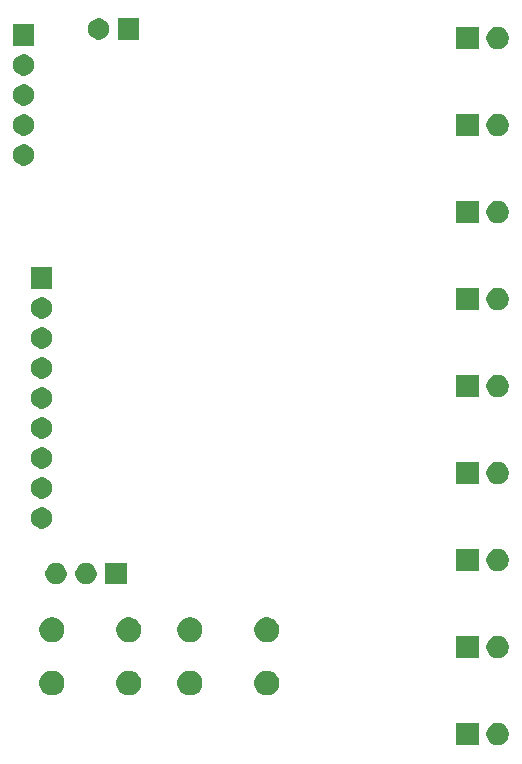
<source format=gbr>
G04 #@! TF.GenerationSoftware,KiCad,Pcbnew,(5.1.5-0-10_14)*
G04 #@! TF.CreationDate,2020-02-27T20:03:29-05:00*
G04 #@! TF.ProjectId,led_level_pcb,6c65645f-6c65-4766-956c-5f7063622e6b,rev?*
G04 #@! TF.SameCoordinates,Original*
G04 #@! TF.FileFunction,Soldermask,Bot*
G04 #@! TF.FilePolarity,Negative*
%FSLAX46Y46*%
G04 Gerber Fmt 4.6, Leading zero omitted, Abs format (unit mm)*
G04 Created by KiCad (PCBNEW (5.1.5-0-10_14)) date 2020-02-27 20:03:29*
%MOMM*%
%LPD*%
G04 APERTURE LIST*
%ADD10C,0.100000*%
G04 APERTURE END LIST*
D10*
G36*
X223797395Y-84683546D02*
G01*
X223970466Y-84755234D01*
X223970467Y-84755235D01*
X224126227Y-84859310D01*
X224258690Y-84991773D01*
X224258691Y-84991775D01*
X224362766Y-85147534D01*
X224434454Y-85320605D01*
X224471000Y-85504333D01*
X224471000Y-85691667D01*
X224434454Y-85875395D01*
X224362766Y-86048466D01*
X224362765Y-86048467D01*
X224258690Y-86204227D01*
X224126227Y-86336690D01*
X224047818Y-86389081D01*
X223970466Y-86440766D01*
X223797395Y-86512454D01*
X223613667Y-86549000D01*
X223426333Y-86549000D01*
X223242605Y-86512454D01*
X223069534Y-86440766D01*
X222992182Y-86389081D01*
X222913773Y-86336690D01*
X222781310Y-86204227D01*
X222677235Y-86048467D01*
X222677234Y-86048466D01*
X222605546Y-85875395D01*
X222569000Y-85691667D01*
X222569000Y-85504333D01*
X222605546Y-85320605D01*
X222677234Y-85147534D01*
X222781309Y-84991775D01*
X222781310Y-84991773D01*
X222913773Y-84859310D01*
X223069533Y-84755235D01*
X223069534Y-84755234D01*
X223242605Y-84683546D01*
X223426333Y-84647000D01*
X223613667Y-84647000D01*
X223797395Y-84683546D01*
G37*
G36*
X221931000Y-86549000D02*
G01*
X220029000Y-86549000D01*
X220029000Y-84647000D01*
X221931000Y-84647000D01*
X221931000Y-86549000D01*
G37*
G36*
X204268564Y-80269389D02*
G01*
X204459833Y-80348615D01*
X204459835Y-80348616D01*
X204631973Y-80463635D01*
X204778365Y-80610027D01*
X204893385Y-80782167D01*
X204972611Y-80973436D01*
X205013000Y-81176484D01*
X205013000Y-81383516D01*
X204972611Y-81586564D01*
X204893385Y-81777833D01*
X204893384Y-81777835D01*
X204778365Y-81949973D01*
X204631973Y-82096365D01*
X204459835Y-82211384D01*
X204459834Y-82211385D01*
X204459833Y-82211385D01*
X204268564Y-82290611D01*
X204065516Y-82331000D01*
X203858484Y-82331000D01*
X203655436Y-82290611D01*
X203464167Y-82211385D01*
X203464166Y-82211385D01*
X203464165Y-82211384D01*
X203292027Y-82096365D01*
X203145635Y-81949973D01*
X203030616Y-81777835D01*
X203030615Y-81777833D01*
X202951389Y-81586564D01*
X202911000Y-81383516D01*
X202911000Y-81176484D01*
X202951389Y-80973436D01*
X203030615Y-80782167D01*
X203145635Y-80610027D01*
X203292027Y-80463635D01*
X203464165Y-80348616D01*
X203464167Y-80348615D01*
X203655436Y-80269389D01*
X203858484Y-80229000D01*
X204065516Y-80229000D01*
X204268564Y-80269389D01*
G37*
G36*
X197768564Y-80269389D02*
G01*
X197959833Y-80348615D01*
X197959835Y-80348616D01*
X198131973Y-80463635D01*
X198278365Y-80610027D01*
X198393385Y-80782167D01*
X198472611Y-80973436D01*
X198513000Y-81176484D01*
X198513000Y-81383516D01*
X198472611Y-81586564D01*
X198393385Y-81777833D01*
X198393384Y-81777835D01*
X198278365Y-81949973D01*
X198131973Y-82096365D01*
X197959835Y-82211384D01*
X197959834Y-82211385D01*
X197959833Y-82211385D01*
X197768564Y-82290611D01*
X197565516Y-82331000D01*
X197358484Y-82331000D01*
X197155436Y-82290611D01*
X196964167Y-82211385D01*
X196964166Y-82211385D01*
X196964165Y-82211384D01*
X196792027Y-82096365D01*
X196645635Y-81949973D01*
X196530616Y-81777835D01*
X196530615Y-81777833D01*
X196451389Y-81586564D01*
X196411000Y-81383516D01*
X196411000Y-81176484D01*
X196451389Y-80973436D01*
X196530615Y-80782167D01*
X196645635Y-80610027D01*
X196792027Y-80463635D01*
X196964165Y-80348616D01*
X196964167Y-80348615D01*
X197155436Y-80269389D01*
X197358484Y-80229000D01*
X197565516Y-80229000D01*
X197768564Y-80269389D01*
G37*
G36*
X192584564Y-80269389D02*
G01*
X192775833Y-80348615D01*
X192775835Y-80348616D01*
X192947973Y-80463635D01*
X193094365Y-80610027D01*
X193209385Y-80782167D01*
X193288611Y-80973436D01*
X193329000Y-81176484D01*
X193329000Y-81383516D01*
X193288611Y-81586564D01*
X193209385Y-81777833D01*
X193209384Y-81777835D01*
X193094365Y-81949973D01*
X192947973Y-82096365D01*
X192775835Y-82211384D01*
X192775834Y-82211385D01*
X192775833Y-82211385D01*
X192584564Y-82290611D01*
X192381516Y-82331000D01*
X192174484Y-82331000D01*
X191971436Y-82290611D01*
X191780167Y-82211385D01*
X191780166Y-82211385D01*
X191780165Y-82211384D01*
X191608027Y-82096365D01*
X191461635Y-81949973D01*
X191346616Y-81777835D01*
X191346615Y-81777833D01*
X191267389Y-81586564D01*
X191227000Y-81383516D01*
X191227000Y-81176484D01*
X191267389Y-80973436D01*
X191346615Y-80782167D01*
X191461635Y-80610027D01*
X191608027Y-80463635D01*
X191780165Y-80348616D01*
X191780167Y-80348615D01*
X191971436Y-80269389D01*
X192174484Y-80229000D01*
X192381516Y-80229000D01*
X192584564Y-80269389D01*
G37*
G36*
X186084564Y-80269389D02*
G01*
X186275833Y-80348615D01*
X186275835Y-80348616D01*
X186447973Y-80463635D01*
X186594365Y-80610027D01*
X186709385Y-80782167D01*
X186788611Y-80973436D01*
X186829000Y-81176484D01*
X186829000Y-81383516D01*
X186788611Y-81586564D01*
X186709385Y-81777833D01*
X186709384Y-81777835D01*
X186594365Y-81949973D01*
X186447973Y-82096365D01*
X186275835Y-82211384D01*
X186275834Y-82211385D01*
X186275833Y-82211385D01*
X186084564Y-82290611D01*
X185881516Y-82331000D01*
X185674484Y-82331000D01*
X185471436Y-82290611D01*
X185280167Y-82211385D01*
X185280166Y-82211385D01*
X185280165Y-82211384D01*
X185108027Y-82096365D01*
X184961635Y-81949973D01*
X184846616Y-81777835D01*
X184846615Y-81777833D01*
X184767389Y-81586564D01*
X184727000Y-81383516D01*
X184727000Y-81176484D01*
X184767389Y-80973436D01*
X184846615Y-80782167D01*
X184961635Y-80610027D01*
X185108027Y-80463635D01*
X185280165Y-80348616D01*
X185280167Y-80348615D01*
X185471436Y-80269389D01*
X185674484Y-80229000D01*
X185881516Y-80229000D01*
X186084564Y-80269389D01*
G37*
G36*
X223797395Y-77317546D02*
G01*
X223970466Y-77389234D01*
X223970467Y-77389235D01*
X224126227Y-77493310D01*
X224258690Y-77625773D01*
X224258691Y-77625775D01*
X224362766Y-77781534D01*
X224434454Y-77954605D01*
X224471000Y-78138333D01*
X224471000Y-78325667D01*
X224434454Y-78509395D01*
X224362766Y-78682466D01*
X224362765Y-78682467D01*
X224258690Y-78838227D01*
X224126227Y-78970690D01*
X224047818Y-79023081D01*
X223970466Y-79074766D01*
X223797395Y-79146454D01*
X223613667Y-79183000D01*
X223426333Y-79183000D01*
X223242605Y-79146454D01*
X223069534Y-79074766D01*
X222992182Y-79023081D01*
X222913773Y-78970690D01*
X222781310Y-78838227D01*
X222677235Y-78682467D01*
X222677234Y-78682466D01*
X222605546Y-78509395D01*
X222569000Y-78325667D01*
X222569000Y-78138333D01*
X222605546Y-77954605D01*
X222677234Y-77781534D01*
X222781309Y-77625775D01*
X222781310Y-77625773D01*
X222913773Y-77493310D01*
X223069533Y-77389235D01*
X223069534Y-77389234D01*
X223242605Y-77317546D01*
X223426333Y-77281000D01*
X223613667Y-77281000D01*
X223797395Y-77317546D01*
G37*
G36*
X221931000Y-79183000D02*
G01*
X220029000Y-79183000D01*
X220029000Y-77281000D01*
X221931000Y-77281000D01*
X221931000Y-79183000D01*
G37*
G36*
X204268564Y-75769389D02*
G01*
X204459833Y-75848615D01*
X204459835Y-75848616D01*
X204631973Y-75963635D01*
X204778365Y-76110027D01*
X204893385Y-76282167D01*
X204972611Y-76473436D01*
X205013000Y-76676484D01*
X205013000Y-76883516D01*
X204972611Y-77086564D01*
X204893385Y-77277833D01*
X204893384Y-77277835D01*
X204778365Y-77449973D01*
X204631973Y-77596365D01*
X204459835Y-77711384D01*
X204459834Y-77711385D01*
X204459833Y-77711385D01*
X204268564Y-77790611D01*
X204065516Y-77831000D01*
X203858484Y-77831000D01*
X203655436Y-77790611D01*
X203464167Y-77711385D01*
X203464166Y-77711385D01*
X203464165Y-77711384D01*
X203292027Y-77596365D01*
X203145635Y-77449973D01*
X203030616Y-77277835D01*
X203030615Y-77277833D01*
X202951389Y-77086564D01*
X202911000Y-76883516D01*
X202911000Y-76676484D01*
X202951389Y-76473436D01*
X203030615Y-76282167D01*
X203145635Y-76110027D01*
X203292027Y-75963635D01*
X203464165Y-75848616D01*
X203464167Y-75848615D01*
X203655436Y-75769389D01*
X203858484Y-75729000D01*
X204065516Y-75729000D01*
X204268564Y-75769389D01*
G37*
G36*
X197768564Y-75769389D02*
G01*
X197959833Y-75848615D01*
X197959835Y-75848616D01*
X198131973Y-75963635D01*
X198278365Y-76110027D01*
X198393385Y-76282167D01*
X198472611Y-76473436D01*
X198513000Y-76676484D01*
X198513000Y-76883516D01*
X198472611Y-77086564D01*
X198393385Y-77277833D01*
X198393384Y-77277835D01*
X198278365Y-77449973D01*
X198131973Y-77596365D01*
X197959835Y-77711384D01*
X197959834Y-77711385D01*
X197959833Y-77711385D01*
X197768564Y-77790611D01*
X197565516Y-77831000D01*
X197358484Y-77831000D01*
X197155436Y-77790611D01*
X196964167Y-77711385D01*
X196964166Y-77711385D01*
X196964165Y-77711384D01*
X196792027Y-77596365D01*
X196645635Y-77449973D01*
X196530616Y-77277835D01*
X196530615Y-77277833D01*
X196451389Y-77086564D01*
X196411000Y-76883516D01*
X196411000Y-76676484D01*
X196451389Y-76473436D01*
X196530615Y-76282167D01*
X196645635Y-76110027D01*
X196792027Y-75963635D01*
X196964165Y-75848616D01*
X196964167Y-75848615D01*
X197155436Y-75769389D01*
X197358484Y-75729000D01*
X197565516Y-75729000D01*
X197768564Y-75769389D01*
G37*
G36*
X192584564Y-75769389D02*
G01*
X192775833Y-75848615D01*
X192775835Y-75848616D01*
X192947973Y-75963635D01*
X193094365Y-76110027D01*
X193209385Y-76282167D01*
X193288611Y-76473436D01*
X193329000Y-76676484D01*
X193329000Y-76883516D01*
X193288611Y-77086564D01*
X193209385Y-77277833D01*
X193209384Y-77277835D01*
X193094365Y-77449973D01*
X192947973Y-77596365D01*
X192775835Y-77711384D01*
X192775834Y-77711385D01*
X192775833Y-77711385D01*
X192584564Y-77790611D01*
X192381516Y-77831000D01*
X192174484Y-77831000D01*
X191971436Y-77790611D01*
X191780167Y-77711385D01*
X191780166Y-77711385D01*
X191780165Y-77711384D01*
X191608027Y-77596365D01*
X191461635Y-77449973D01*
X191346616Y-77277835D01*
X191346615Y-77277833D01*
X191267389Y-77086564D01*
X191227000Y-76883516D01*
X191227000Y-76676484D01*
X191267389Y-76473436D01*
X191346615Y-76282167D01*
X191461635Y-76110027D01*
X191608027Y-75963635D01*
X191780165Y-75848616D01*
X191780167Y-75848615D01*
X191971436Y-75769389D01*
X192174484Y-75729000D01*
X192381516Y-75729000D01*
X192584564Y-75769389D01*
G37*
G36*
X186084564Y-75769389D02*
G01*
X186275833Y-75848615D01*
X186275835Y-75848616D01*
X186447973Y-75963635D01*
X186594365Y-76110027D01*
X186709385Y-76282167D01*
X186788611Y-76473436D01*
X186829000Y-76676484D01*
X186829000Y-76883516D01*
X186788611Y-77086564D01*
X186709385Y-77277833D01*
X186709384Y-77277835D01*
X186594365Y-77449973D01*
X186447973Y-77596365D01*
X186275835Y-77711384D01*
X186275834Y-77711385D01*
X186275833Y-77711385D01*
X186084564Y-77790611D01*
X185881516Y-77831000D01*
X185674484Y-77831000D01*
X185471436Y-77790611D01*
X185280167Y-77711385D01*
X185280166Y-77711385D01*
X185280165Y-77711384D01*
X185108027Y-77596365D01*
X184961635Y-77449973D01*
X184846616Y-77277835D01*
X184846615Y-77277833D01*
X184767389Y-77086564D01*
X184727000Y-76883516D01*
X184727000Y-76676484D01*
X184767389Y-76473436D01*
X184846615Y-76282167D01*
X184961635Y-76110027D01*
X185108027Y-75963635D01*
X185280165Y-75848616D01*
X185280167Y-75848615D01*
X185471436Y-75769389D01*
X185674484Y-75729000D01*
X185881516Y-75729000D01*
X186084564Y-75769389D01*
G37*
G36*
X186238510Y-71122969D02*
G01*
X186387810Y-71152666D01*
X186551782Y-71220586D01*
X186699352Y-71319189D01*
X186824851Y-71444688D01*
X186923454Y-71592258D01*
X186991374Y-71756230D01*
X187025998Y-71930301D01*
X187025998Y-72107783D01*
X186991374Y-72281854D01*
X186923454Y-72445826D01*
X186824851Y-72593396D01*
X186699352Y-72718895D01*
X186551782Y-72817498D01*
X186387810Y-72885418D01*
X186238510Y-72915115D01*
X186213740Y-72920042D01*
X186036256Y-72920042D01*
X186011486Y-72915115D01*
X185862186Y-72885418D01*
X185698214Y-72817498D01*
X185550644Y-72718895D01*
X185425145Y-72593396D01*
X185326542Y-72445826D01*
X185258622Y-72281854D01*
X185223998Y-72107783D01*
X185223998Y-71930301D01*
X185258622Y-71756230D01*
X185326542Y-71592258D01*
X185425145Y-71444688D01*
X185550644Y-71319189D01*
X185698214Y-71220586D01*
X185862186Y-71152666D01*
X186011486Y-71122969D01*
X186036256Y-71118042D01*
X186213740Y-71118042D01*
X186238510Y-71122969D01*
G37*
G36*
X188778510Y-71122969D02*
G01*
X188927810Y-71152666D01*
X189091782Y-71220586D01*
X189239352Y-71319189D01*
X189364851Y-71444688D01*
X189463454Y-71592258D01*
X189531374Y-71756230D01*
X189565998Y-71930301D01*
X189565998Y-72107783D01*
X189531374Y-72281854D01*
X189463454Y-72445826D01*
X189364851Y-72593396D01*
X189239352Y-72718895D01*
X189091782Y-72817498D01*
X188927810Y-72885418D01*
X188778510Y-72915115D01*
X188753740Y-72920042D01*
X188576256Y-72920042D01*
X188551486Y-72915115D01*
X188402186Y-72885418D01*
X188238214Y-72817498D01*
X188090644Y-72718895D01*
X187965145Y-72593396D01*
X187866542Y-72445826D01*
X187798622Y-72281854D01*
X187763998Y-72107783D01*
X187763998Y-71930301D01*
X187798622Y-71756230D01*
X187866542Y-71592258D01*
X187965145Y-71444688D01*
X188090644Y-71319189D01*
X188238214Y-71220586D01*
X188402186Y-71152666D01*
X188551486Y-71122969D01*
X188576256Y-71118042D01*
X188753740Y-71118042D01*
X188778510Y-71122969D01*
G37*
G36*
X192105998Y-72920042D02*
G01*
X190303998Y-72920042D01*
X190303998Y-71118042D01*
X192105998Y-71118042D01*
X192105998Y-72920042D01*
G37*
G36*
X221931000Y-71817000D02*
G01*
X220029000Y-71817000D01*
X220029000Y-69915000D01*
X221931000Y-69915000D01*
X221931000Y-71817000D01*
G37*
G36*
X223797395Y-69951546D02*
G01*
X223970466Y-70023234D01*
X223970467Y-70023235D01*
X224126227Y-70127310D01*
X224258690Y-70259773D01*
X224258691Y-70259775D01*
X224362766Y-70415534D01*
X224434454Y-70588605D01*
X224471000Y-70772333D01*
X224471000Y-70959667D01*
X224434454Y-71143395D01*
X224362766Y-71316466D01*
X224360946Y-71319190D01*
X224258690Y-71472227D01*
X224126227Y-71604690D01*
X224047818Y-71657081D01*
X223970466Y-71708766D01*
X223797395Y-71780454D01*
X223613667Y-71817000D01*
X223426333Y-71817000D01*
X223242605Y-71780454D01*
X223069534Y-71708766D01*
X222992182Y-71657081D01*
X222913773Y-71604690D01*
X222781310Y-71472227D01*
X222679054Y-71319190D01*
X222677234Y-71316466D01*
X222605546Y-71143395D01*
X222569000Y-70959667D01*
X222569000Y-70772333D01*
X222605546Y-70588605D01*
X222677234Y-70415534D01*
X222781309Y-70259775D01*
X222781310Y-70259773D01*
X222913773Y-70127310D01*
X223069533Y-70023235D01*
X223069534Y-70023234D01*
X223242605Y-69951546D01*
X223426333Y-69915000D01*
X223613667Y-69915000D01*
X223797395Y-69951546D01*
G37*
G36*
X185025512Y-66413927D02*
G01*
X185174812Y-66443624D01*
X185338784Y-66511544D01*
X185486354Y-66610147D01*
X185611853Y-66735646D01*
X185710456Y-66883216D01*
X185778376Y-67047188D01*
X185813000Y-67221259D01*
X185813000Y-67398741D01*
X185778376Y-67572812D01*
X185710456Y-67736784D01*
X185611853Y-67884354D01*
X185486354Y-68009853D01*
X185338784Y-68108456D01*
X185174812Y-68176376D01*
X185025512Y-68206073D01*
X185000742Y-68211000D01*
X184823258Y-68211000D01*
X184798488Y-68206073D01*
X184649188Y-68176376D01*
X184485216Y-68108456D01*
X184337646Y-68009853D01*
X184212147Y-67884354D01*
X184113544Y-67736784D01*
X184045624Y-67572812D01*
X184011000Y-67398741D01*
X184011000Y-67221259D01*
X184045624Y-67047188D01*
X184113544Y-66883216D01*
X184212147Y-66735646D01*
X184337646Y-66610147D01*
X184485216Y-66511544D01*
X184649188Y-66443624D01*
X184798488Y-66413927D01*
X184823258Y-66409000D01*
X185000742Y-66409000D01*
X185025512Y-66413927D01*
G37*
G36*
X185025512Y-63873927D02*
G01*
X185174812Y-63903624D01*
X185338784Y-63971544D01*
X185486354Y-64070147D01*
X185611853Y-64195646D01*
X185710456Y-64343216D01*
X185778376Y-64507188D01*
X185813000Y-64681259D01*
X185813000Y-64858741D01*
X185778376Y-65032812D01*
X185710456Y-65196784D01*
X185611853Y-65344354D01*
X185486354Y-65469853D01*
X185338784Y-65568456D01*
X185174812Y-65636376D01*
X185025512Y-65666073D01*
X185000742Y-65671000D01*
X184823258Y-65671000D01*
X184798488Y-65666073D01*
X184649188Y-65636376D01*
X184485216Y-65568456D01*
X184337646Y-65469853D01*
X184212147Y-65344354D01*
X184113544Y-65196784D01*
X184045624Y-65032812D01*
X184011000Y-64858741D01*
X184011000Y-64681259D01*
X184045624Y-64507188D01*
X184113544Y-64343216D01*
X184212147Y-64195646D01*
X184337646Y-64070147D01*
X184485216Y-63971544D01*
X184649188Y-63903624D01*
X184798488Y-63873927D01*
X184823258Y-63869000D01*
X185000742Y-63869000D01*
X185025512Y-63873927D01*
G37*
G36*
X221931000Y-64451000D02*
G01*
X220029000Y-64451000D01*
X220029000Y-62549000D01*
X221931000Y-62549000D01*
X221931000Y-64451000D01*
G37*
G36*
X223797395Y-62585546D02*
G01*
X223970466Y-62657234D01*
X223970467Y-62657235D01*
X224126227Y-62761310D01*
X224258690Y-62893773D01*
X224258691Y-62893775D01*
X224362766Y-63049534D01*
X224434454Y-63222605D01*
X224471000Y-63406333D01*
X224471000Y-63593667D01*
X224434454Y-63777395D01*
X224362766Y-63950466D01*
X224362765Y-63950467D01*
X224258690Y-64106227D01*
X224126227Y-64238690D01*
X224047818Y-64291081D01*
X223970466Y-64342766D01*
X223797395Y-64414454D01*
X223613667Y-64451000D01*
X223426333Y-64451000D01*
X223242605Y-64414454D01*
X223069534Y-64342766D01*
X222992182Y-64291081D01*
X222913773Y-64238690D01*
X222781310Y-64106227D01*
X222677235Y-63950467D01*
X222677234Y-63950466D01*
X222605546Y-63777395D01*
X222569000Y-63593667D01*
X222569000Y-63406333D01*
X222605546Y-63222605D01*
X222677234Y-63049534D01*
X222781309Y-62893775D01*
X222781310Y-62893773D01*
X222913773Y-62761310D01*
X223069533Y-62657235D01*
X223069534Y-62657234D01*
X223242605Y-62585546D01*
X223426333Y-62549000D01*
X223613667Y-62549000D01*
X223797395Y-62585546D01*
G37*
G36*
X185025512Y-61333927D02*
G01*
X185174812Y-61363624D01*
X185338784Y-61431544D01*
X185486354Y-61530147D01*
X185611853Y-61655646D01*
X185710456Y-61803216D01*
X185778376Y-61967188D01*
X185813000Y-62141259D01*
X185813000Y-62318741D01*
X185778376Y-62492812D01*
X185710456Y-62656784D01*
X185611853Y-62804354D01*
X185486354Y-62929853D01*
X185338784Y-63028456D01*
X185174812Y-63096376D01*
X185025512Y-63126073D01*
X185000742Y-63131000D01*
X184823258Y-63131000D01*
X184798488Y-63126073D01*
X184649188Y-63096376D01*
X184485216Y-63028456D01*
X184337646Y-62929853D01*
X184212147Y-62804354D01*
X184113544Y-62656784D01*
X184045624Y-62492812D01*
X184011000Y-62318741D01*
X184011000Y-62141259D01*
X184045624Y-61967188D01*
X184113544Y-61803216D01*
X184212147Y-61655646D01*
X184337646Y-61530147D01*
X184485216Y-61431544D01*
X184649188Y-61363624D01*
X184798488Y-61333927D01*
X184823258Y-61329000D01*
X185000742Y-61329000D01*
X185025512Y-61333927D01*
G37*
G36*
X185025512Y-58793927D02*
G01*
X185174812Y-58823624D01*
X185338784Y-58891544D01*
X185486354Y-58990147D01*
X185611853Y-59115646D01*
X185710456Y-59263216D01*
X185778376Y-59427188D01*
X185813000Y-59601259D01*
X185813000Y-59778741D01*
X185778376Y-59952812D01*
X185710456Y-60116784D01*
X185611853Y-60264354D01*
X185486354Y-60389853D01*
X185338784Y-60488456D01*
X185174812Y-60556376D01*
X185025512Y-60586073D01*
X185000742Y-60591000D01*
X184823258Y-60591000D01*
X184798488Y-60586073D01*
X184649188Y-60556376D01*
X184485216Y-60488456D01*
X184337646Y-60389853D01*
X184212147Y-60264354D01*
X184113544Y-60116784D01*
X184045624Y-59952812D01*
X184011000Y-59778741D01*
X184011000Y-59601259D01*
X184045624Y-59427188D01*
X184113544Y-59263216D01*
X184212147Y-59115646D01*
X184337646Y-58990147D01*
X184485216Y-58891544D01*
X184649188Y-58823624D01*
X184798488Y-58793927D01*
X184823258Y-58789000D01*
X185000742Y-58789000D01*
X185025512Y-58793927D01*
G37*
G36*
X185025512Y-56253927D02*
G01*
X185174812Y-56283624D01*
X185338784Y-56351544D01*
X185486354Y-56450147D01*
X185611853Y-56575646D01*
X185710456Y-56723216D01*
X185778376Y-56887188D01*
X185813000Y-57061259D01*
X185813000Y-57238741D01*
X185778376Y-57412812D01*
X185710456Y-57576784D01*
X185611853Y-57724354D01*
X185486354Y-57849853D01*
X185338784Y-57948456D01*
X185174812Y-58016376D01*
X185025512Y-58046073D01*
X185000742Y-58051000D01*
X184823258Y-58051000D01*
X184798488Y-58046073D01*
X184649188Y-58016376D01*
X184485216Y-57948456D01*
X184337646Y-57849853D01*
X184212147Y-57724354D01*
X184113544Y-57576784D01*
X184045624Y-57412812D01*
X184011000Y-57238741D01*
X184011000Y-57061259D01*
X184045624Y-56887188D01*
X184113544Y-56723216D01*
X184212147Y-56575646D01*
X184337646Y-56450147D01*
X184485216Y-56351544D01*
X184649188Y-56283624D01*
X184798488Y-56253927D01*
X184823258Y-56249000D01*
X185000742Y-56249000D01*
X185025512Y-56253927D01*
G37*
G36*
X221931000Y-57085000D02*
G01*
X220029000Y-57085000D01*
X220029000Y-55183000D01*
X221931000Y-55183000D01*
X221931000Y-57085000D01*
G37*
G36*
X223797395Y-55219546D02*
G01*
X223970466Y-55291234D01*
X223998331Y-55309853D01*
X224126227Y-55395310D01*
X224258690Y-55527773D01*
X224258691Y-55527775D01*
X224362766Y-55683534D01*
X224434454Y-55856605D01*
X224471000Y-56040333D01*
X224471000Y-56227667D01*
X224434454Y-56411395D01*
X224362766Y-56584466D01*
X224362765Y-56584467D01*
X224258690Y-56740227D01*
X224126227Y-56872690D01*
X224047818Y-56925081D01*
X223970466Y-56976766D01*
X223797395Y-57048454D01*
X223613667Y-57085000D01*
X223426333Y-57085000D01*
X223242605Y-57048454D01*
X223069534Y-56976766D01*
X222992182Y-56925081D01*
X222913773Y-56872690D01*
X222781310Y-56740227D01*
X222677235Y-56584467D01*
X222677234Y-56584466D01*
X222605546Y-56411395D01*
X222569000Y-56227667D01*
X222569000Y-56040333D01*
X222605546Y-55856605D01*
X222677234Y-55683534D01*
X222781309Y-55527775D01*
X222781310Y-55527773D01*
X222913773Y-55395310D01*
X223041669Y-55309853D01*
X223069534Y-55291234D01*
X223242605Y-55219546D01*
X223426333Y-55183000D01*
X223613667Y-55183000D01*
X223797395Y-55219546D01*
G37*
G36*
X185025512Y-53713927D02*
G01*
X185174812Y-53743624D01*
X185338784Y-53811544D01*
X185486354Y-53910147D01*
X185611853Y-54035646D01*
X185710456Y-54183216D01*
X185778376Y-54347188D01*
X185813000Y-54521259D01*
X185813000Y-54698741D01*
X185778376Y-54872812D01*
X185710456Y-55036784D01*
X185611853Y-55184354D01*
X185486354Y-55309853D01*
X185338784Y-55408456D01*
X185174812Y-55476376D01*
X185025512Y-55506073D01*
X185000742Y-55511000D01*
X184823258Y-55511000D01*
X184798488Y-55506073D01*
X184649188Y-55476376D01*
X184485216Y-55408456D01*
X184337646Y-55309853D01*
X184212147Y-55184354D01*
X184113544Y-55036784D01*
X184045624Y-54872812D01*
X184011000Y-54698741D01*
X184011000Y-54521259D01*
X184045624Y-54347188D01*
X184113544Y-54183216D01*
X184212147Y-54035646D01*
X184337646Y-53910147D01*
X184485216Y-53811544D01*
X184649188Y-53743624D01*
X184798488Y-53713927D01*
X184823258Y-53709000D01*
X185000742Y-53709000D01*
X185025512Y-53713927D01*
G37*
G36*
X185025512Y-51173927D02*
G01*
X185174812Y-51203624D01*
X185338784Y-51271544D01*
X185486354Y-51370147D01*
X185611853Y-51495646D01*
X185710456Y-51643216D01*
X185778376Y-51807188D01*
X185813000Y-51981259D01*
X185813000Y-52158741D01*
X185778376Y-52332812D01*
X185710456Y-52496784D01*
X185611853Y-52644354D01*
X185486354Y-52769853D01*
X185338784Y-52868456D01*
X185174812Y-52936376D01*
X185025512Y-52966073D01*
X185000742Y-52971000D01*
X184823258Y-52971000D01*
X184798488Y-52966073D01*
X184649188Y-52936376D01*
X184485216Y-52868456D01*
X184337646Y-52769853D01*
X184212147Y-52644354D01*
X184113544Y-52496784D01*
X184045624Y-52332812D01*
X184011000Y-52158741D01*
X184011000Y-51981259D01*
X184045624Y-51807188D01*
X184113544Y-51643216D01*
X184212147Y-51495646D01*
X184337646Y-51370147D01*
X184485216Y-51271544D01*
X184649188Y-51203624D01*
X184798488Y-51173927D01*
X184823258Y-51169000D01*
X185000742Y-51169000D01*
X185025512Y-51173927D01*
G37*
G36*
X185025512Y-48633927D02*
G01*
X185174812Y-48663624D01*
X185338784Y-48731544D01*
X185486354Y-48830147D01*
X185611853Y-48955646D01*
X185710456Y-49103216D01*
X185778376Y-49267188D01*
X185813000Y-49441259D01*
X185813000Y-49618741D01*
X185778376Y-49792812D01*
X185710456Y-49956784D01*
X185611853Y-50104354D01*
X185486354Y-50229853D01*
X185338784Y-50328456D01*
X185174812Y-50396376D01*
X185025512Y-50426073D01*
X185000742Y-50431000D01*
X184823258Y-50431000D01*
X184798488Y-50426073D01*
X184649188Y-50396376D01*
X184485216Y-50328456D01*
X184337646Y-50229853D01*
X184212147Y-50104354D01*
X184113544Y-49956784D01*
X184045624Y-49792812D01*
X184011000Y-49618741D01*
X184011000Y-49441259D01*
X184045624Y-49267188D01*
X184113544Y-49103216D01*
X184212147Y-48955646D01*
X184337646Y-48830147D01*
X184485216Y-48731544D01*
X184649188Y-48663624D01*
X184798488Y-48633927D01*
X184823258Y-48629000D01*
X185000742Y-48629000D01*
X185025512Y-48633927D01*
G37*
G36*
X221931000Y-49719000D02*
G01*
X220029000Y-49719000D01*
X220029000Y-47817000D01*
X221931000Y-47817000D01*
X221931000Y-49719000D01*
G37*
G36*
X223797395Y-47853546D02*
G01*
X223970466Y-47925234D01*
X223970467Y-47925235D01*
X224126227Y-48029310D01*
X224258690Y-48161773D01*
X224258691Y-48161775D01*
X224362766Y-48317534D01*
X224434454Y-48490605D01*
X224471000Y-48674333D01*
X224471000Y-48861667D01*
X224434454Y-49045395D01*
X224362766Y-49218466D01*
X224362765Y-49218467D01*
X224258690Y-49374227D01*
X224126227Y-49506690D01*
X224047818Y-49559081D01*
X223970466Y-49610766D01*
X223797395Y-49682454D01*
X223613667Y-49719000D01*
X223426333Y-49719000D01*
X223242605Y-49682454D01*
X223069534Y-49610766D01*
X222992182Y-49559081D01*
X222913773Y-49506690D01*
X222781310Y-49374227D01*
X222677235Y-49218467D01*
X222677234Y-49218466D01*
X222605546Y-49045395D01*
X222569000Y-48861667D01*
X222569000Y-48674333D01*
X222605546Y-48490605D01*
X222677234Y-48317534D01*
X222781309Y-48161775D01*
X222781310Y-48161773D01*
X222913773Y-48029310D01*
X223069533Y-47925235D01*
X223069534Y-47925234D01*
X223242605Y-47853546D01*
X223426333Y-47817000D01*
X223613667Y-47817000D01*
X223797395Y-47853546D01*
G37*
G36*
X185813000Y-47891000D02*
G01*
X184011000Y-47891000D01*
X184011000Y-46089000D01*
X185813000Y-46089000D01*
X185813000Y-47891000D01*
G37*
G36*
X223797395Y-40487546D02*
G01*
X223970466Y-40559234D01*
X223970467Y-40559235D01*
X224126227Y-40663310D01*
X224258690Y-40795773D01*
X224258691Y-40795775D01*
X224362766Y-40951534D01*
X224434454Y-41124605D01*
X224471000Y-41308333D01*
X224471000Y-41495667D01*
X224434454Y-41679395D01*
X224362766Y-41852466D01*
X224362765Y-41852467D01*
X224258690Y-42008227D01*
X224126227Y-42140690D01*
X224047818Y-42193081D01*
X223970466Y-42244766D01*
X223797395Y-42316454D01*
X223613667Y-42353000D01*
X223426333Y-42353000D01*
X223242605Y-42316454D01*
X223069534Y-42244766D01*
X222992182Y-42193081D01*
X222913773Y-42140690D01*
X222781310Y-42008227D01*
X222677235Y-41852467D01*
X222677234Y-41852466D01*
X222605546Y-41679395D01*
X222569000Y-41495667D01*
X222569000Y-41308333D01*
X222605546Y-41124605D01*
X222677234Y-40951534D01*
X222781309Y-40795775D01*
X222781310Y-40795773D01*
X222913773Y-40663310D01*
X223069533Y-40559235D01*
X223069534Y-40559234D01*
X223242605Y-40487546D01*
X223426333Y-40451000D01*
X223613667Y-40451000D01*
X223797395Y-40487546D01*
G37*
G36*
X221931000Y-42353000D02*
G01*
X220029000Y-42353000D01*
X220029000Y-40451000D01*
X221931000Y-40451000D01*
X221931000Y-42353000D01*
G37*
G36*
X183501512Y-35679927D02*
G01*
X183650812Y-35709624D01*
X183814784Y-35777544D01*
X183962354Y-35876147D01*
X184087853Y-36001646D01*
X184186456Y-36149216D01*
X184254376Y-36313188D01*
X184289000Y-36487259D01*
X184289000Y-36664741D01*
X184254376Y-36838812D01*
X184186456Y-37002784D01*
X184087853Y-37150354D01*
X183962354Y-37275853D01*
X183814784Y-37374456D01*
X183650812Y-37442376D01*
X183501512Y-37472073D01*
X183476742Y-37477000D01*
X183299258Y-37477000D01*
X183274488Y-37472073D01*
X183125188Y-37442376D01*
X182961216Y-37374456D01*
X182813646Y-37275853D01*
X182688147Y-37150354D01*
X182589544Y-37002784D01*
X182521624Y-36838812D01*
X182487000Y-36664741D01*
X182487000Y-36487259D01*
X182521624Y-36313188D01*
X182589544Y-36149216D01*
X182688147Y-36001646D01*
X182813646Y-35876147D01*
X182961216Y-35777544D01*
X183125188Y-35709624D01*
X183274488Y-35679927D01*
X183299258Y-35675000D01*
X183476742Y-35675000D01*
X183501512Y-35679927D01*
G37*
G36*
X223797395Y-33121546D02*
G01*
X223970466Y-33193234D01*
X223970467Y-33193235D01*
X224126227Y-33297310D01*
X224258690Y-33429773D01*
X224258691Y-33429775D01*
X224362766Y-33585534D01*
X224434454Y-33758605D01*
X224471000Y-33942333D01*
X224471000Y-34129667D01*
X224434454Y-34313395D01*
X224362766Y-34486466D01*
X224362765Y-34486467D01*
X224258690Y-34642227D01*
X224126227Y-34774690D01*
X224047818Y-34827081D01*
X223970466Y-34878766D01*
X223797395Y-34950454D01*
X223613667Y-34987000D01*
X223426333Y-34987000D01*
X223242605Y-34950454D01*
X223069534Y-34878766D01*
X222992182Y-34827081D01*
X222913773Y-34774690D01*
X222781310Y-34642227D01*
X222677235Y-34486467D01*
X222677234Y-34486466D01*
X222605546Y-34313395D01*
X222569000Y-34129667D01*
X222569000Y-33942333D01*
X222605546Y-33758605D01*
X222677234Y-33585534D01*
X222781309Y-33429775D01*
X222781310Y-33429773D01*
X222913773Y-33297310D01*
X223069533Y-33193235D01*
X223069534Y-33193234D01*
X223242605Y-33121546D01*
X223426333Y-33085000D01*
X223613667Y-33085000D01*
X223797395Y-33121546D01*
G37*
G36*
X221931000Y-34987000D02*
G01*
X220029000Y-34987000D01*
X220029000Y-33085000D01*
X221931000Y-33085000D01*
X221931000Y-34987000D01*
G37*
G36*
X183501512Y-33139927D02*
G01*
X183650812Y-33169624D01*
X183814784Y-33237544D01*
X183962354Y-33336147D01*
X184087853Y-33461646D01*
X184186456Y-33609216D01*
X184254376Y-33773188D01*
X184289000Y-33947259D01*
X184289000Y-34124741D01*
X184254376Y-34298812D01*
X184186456Y-34462784D01*
X184087853Y-34610354D01*
X183962354Y-34735853D01*
X183814784Y-34834456D01*
X183650812Y-34902376D01*
X183501512Y-34932073D01*
X183476742Y-34937000D01*
X183299258Y-34937000D01*
X183274488Y-34932073D01*
X183125188Y-34902376D01*
X182961216Y-34834456D01*
X182813646Y-34735853D01*
X182688147Y-34610354D01*
X182589544Y-34462784D01*
X182521624Y-34298812D01*
X182487000Y-34124741D01*
X182487000Y-33947259D01*
X182521624Y-33773188D01*
X182589544Y-33609216D01*
X182688147Y-33461646D01*
X182813646Y-33336147D01*
X182961216Y-33237544D01*
X183125188Y-33169624D01*
X183274488Y-33139927D01*
X183299258Y-33135000D01*
X183476742Y-33135000D01*
X183501512Y-33139927D01*
G37*
G36*
X183501512Y-30599927D02*
G01*
X183650812Y-30629624D01*
X183814784Y-30697544D01*
X183962354Y-30796147D01*
X184087853Y-30921646D01*
X184186456Y-31069216D01*
X184254376Y-31233188D01*
X184289000Y-31407259D01*
X184289000Y-31584741D01*
X184254376Y-31758812D01*
X184186456Y-31922784D01*
X184087853Y-32070354D01*
X183962354Y-32195853D01*
X183814784Y-32294456D01*
X183650812Y-32362376D01*
X183501512Y-32392073D01*
X183476742Y-32397000D01*
X183299258Y-32397000D01*
X183274488Y-32392073D01*
X183125188Y-32362376D01*
X182961216Y-32294456D01*
X182813646Y-32195853D01*
X182688147Y-32070354D01*
X182589544Y-31922784D01*
X182521624Y-31758812D01*
X182487000Y-31584741D01*
X182487000Y-31407259D01*
X182521624Y-31233188D01*
X182589544Y-31069216D01*
X182688147Y-30921646D01*
X182813646Y-30796147D01*
X182961216Y-30697544D01*
X183125188Y-30629624D01*
X183274488Y-30599927D01*
X183299258Y-30595000D01*
X183476742Y-30595000D01*
X183501512Y-30599927D01*
G37*
G36*
X183501512Y-28059927D02*
G01*
X183650812Y-28089624D01*
X183814784Y-28157544D01*
X183962354Y-28256147D01*
X184087853Y-28381646D01*
X184186456Y-28529216D01*
X184254376Y-28693188D01*
X184289000Y-28867259D01*
X184289000Y-29044741D01*
X184254376Y-29218812D01*
X184186456Y-29382784D01*
X184087853Y-29530354D01*
X183962354Y-29655853D01*
X183814784Y-29754456D01*
X183650812Y-29822376D01*
X183501512Y-29852073D01*
X183476742Y-29857000D01*
X183299258Y-29857000D01*
X183274488Y-29852073D01*
X183125188Y-29822376D01*
X182961216Y-29754456D01*
X182813646Y-29655853D01*
X182688147Y-29530354D01*
X182589544Y-29382784D01*
X182521624Y-29218812D01*
X182487000Y-29044741D01*
X182487000Y-28867259D01*
X182521624Y-28693188D01*
X182589544Y-28529216D01*
X182688147Y-28381646D01*
X182813646Y-28256147D01*
X182961216Y-28157544D01*
X183125188Y-28089624D01*
X183274488Y-28059927D01*
X183299258Y-28055000D01*
X183476742Y-28055000D01*
X183501512Y-28059927D01*
G37*
G36*
X221931000Y-27621000D02*
G01*
X220029000Y-27621000D01*
X220029000Y-25719000D01*
X221931000Y-25719000D01*
X221931000Y-27621000D01*
G37*
G36*
X223797395Y-25755546D02*
G01*
X223970466Y-25827234D01*
X223970467Y-25827235D01*
X224126227Y-25931310D01*
X224258690Y-26063773D01*
X224258691Y-26063775D01*
X224362766Y-26219534D01*
X224434454Y-26392605D01*
X224471000Y-26576333D01*
X224471000Y-26763667D01*
X224434454Y-26947395D01*
X224362766Y-27120466D01*
X224362765Y-27120467D01*
X224258690Y-27276227D01*
X224126227Y-27408690D01*
X224047818Y-27461081D01*
X223970466Y-27512766D01*
X223797395Y-27584454D01*
X223613667Y-27621000D01*
X223426333Y-27621000D01*
X223242605Y-27584454D01*
X223069534Y-27512766D01*
X222992182Y-27461081D01*
X222913773Y-27408690D01*
X222781310Y-27276227D01*
X222677235Y-27120467D01*
X222677234Y-27120466D01*
X222605546Y-26947395D01*
X222569000Y-26763667D01*
X222569000Y-26576333D01*
X222605546Y-26392605D01*
X222677234Y-26219534D01*
X222781309Y-26063775D01*
X222781310Y-26063773D01*
X222913773Y-25931310D01*
X223069533Y-25827235D01*
X223069534Y-25827234D01*
X223242605Y-25755546D01*
X223426333Y-25719000D01*
X223613667Y-25719000D01*
X223797395Y-25755546D01*
G37*
G36*
X184289000Y-27317000D02*
G01*
X182487000Y-27317000D01*
X182487000Y-25515000D01*
X184289000Y-25515000D01*
X184289000Y-27317000D01*
G37*
G36*
X189851512Y-25011927D02*
G01*
X190000812Y-25041624D01*
X190164784Y-25109544D01*
X190312354Y-25208147D01*
X190437853Y-25333646D01*
X190536456Y-25481216D01*
X190604376Y-25645188D01*
X190639000Y-25819259D01*
X190639000Y-25996741D01*
X190604376Y-26170812D01*
X190536456Y-26334784D01*
X190437853Y-26482354D01*
X190312354Y-26607853D01*
X190164784Y-26706456D01*
X190000812Y-26774376D01*
X189851512Y-26804073D01*
X189826742Y-26809000D01*
X189649258Y-26809000D01*
X189624488Y-26804073D01*
X189475188Y-26774376D01*
X189311216Y-26706456D01*
X189163646Y-26607853D01*
X189038147Y-26482354D01*
X188939544Y-26334784D01*
X188871624Y-26170812D01*
X188837000Y-25996741D01*
X188837000Y-25819259D01*
X188871624Y-25645188D01*
X188939544Y-25481216D01*
X189038147Y-25333646D01*
X189163646Y-25208147D01*
X189311216Y-25109544D01*
X189475188Y-25041624D01*
X189624488Y-25011927D01*
X189649258Y-25007000D01*
X189826742Y-25007000D01*
X189851512Y-25011927D01*
G37*
G36*
X193179000Y-26809000D02*
G01*
X191377000Y-26809000D01*
X191377000Y-25007000D01*
X193179000Y-25007000D01*
X193179000Y-26809000D01*
G37*
M02*

</source>
